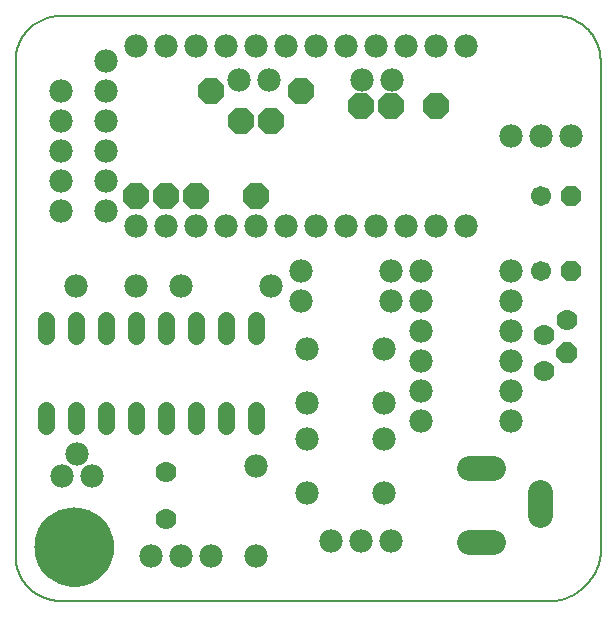
<source format=gts>
G75*
%MOIN*%
%OFA0B0*%
%FSLAX25Y25*%
%IPPOS*%
%LPD*%
%AMOC8*
5,1,8,0,0,1.08239X$1,22.5*
%
%ADD10C,0.00600*%
%ADD11C,0.00000*%
%ADD12C,0.26400*%
%ADD13C,0.06700*%
%ADD14OC8,0.06700*%
%ADD15C,0.07800*%
%ADD16C,0.08274*%
%ADD17C,0.07000*%
%ADD18OC8,0.07000*%
%ADD19C,0.05600*%
%ADD20OC8,0.08900*%
D10*
X0078333Y0044883D02*
X0078333Y0209883D01*
X0078337Y0210245D01*
X0078351Y0210608D01*
X0078372Y0210970D01*
X0078403Y0211331D01*
X0078442Y0211691D01*
X0078490Y0212050D01*
X0078547Y0212408D01*
X0078612Y0212765D01*
X0078686Y0213120D01*
X0078769Y0213473D01*
X0078860Y0213824D01*
X0078959Y0214172D01*
X0079067Y0214518D01*
X0079183Y0214862D01*
X0079308Y0215202D01*
X0079440Y0215539D01*
X0079581Y0215873D01*
X0079730Y0216204D01*
X0079887Y0216531D01*
X0080051Y0216854D01*
X0080223Y0217173D01*
X0080403Y0217487D01*
X0080591Y0217798D01*
X0080786Y0218103D01*
X0080988Y0218404D01*
X0081198Y0218700D01*
X0081414Y0218990D01*
X0081638Y0219276D01*
X0081868Y0219556D01*
X0082105Y0219830D01*
X0082349Y0220098D01*
X0082599Y0220361D01*
X0082855Y0220617D01*
X0083118Y0220867D01*
X0083386Y0221111D01*
X0083660Y0221348D01*
X0083940Y0221578D01*
X0084226Y0221802D01*
X0084516Y0222018D01*
X0084812Y0222228D01*
X0085113Y0222430D01*
X0085418Y0222625D01*
X0085729Y0222813D01*
X0086043Y0222993D01*
X0086362Y0223165D01*
X0086685Y0223329D01*
X0087012Y0223486D01*
X0087343Y0223635D01*
X0087677Y0223776D01*
X0088014Y0223908D01*
X0088354Y0224033D01*
X0088698Y0224149D01*
X0089044Y0224257D01*
X0089392Y0224356D01*
X0089743Y0224447D01*
X0090096Y0224530D01*
X0090451Y0224604D01*
X0090808Y0224669D01*
X0091166Y0224726D01*
X0091525Y0224774D01*
X0091885Y0224813D01*
X0092246Y0224844D01*
X0092608Y0224865D01*
X0092971Y0224879D01*
X0093333Y0224883D01*
X0258333Y0224883D01*
X0258695Y0224879D01*
X0259058Y0224865D01*
X0259420Y0224844D01*
X0259781Y0224813D01*
X0260141Y0224774D01*
X0260500Y0224726D01*
X0260858Y0224669D01*
X0261215Y0224604D01*
X0261570Y0224530D01*
X0261923Y0224447D01*
X0262274Y0224356D01*
X0262622Y0224257D01*
X0262968Y0224149D01*
X0263312Y0224033D01*
X0263652Y0223908D01*
X0263989Y0223776D01*
X0264323Y0223635D01*
X0264654Y0223486D01*
X0264981Y0223329D01*
X0265304Y0223165D01*
X0265623Y0222993D01*
X0265937Y0222813D01*
X0266248Y0222625D01*
X0266553Y0222430D01*
X0266854Y0222228D01*
X0267150Y0222018D01*
X0267440Y0221802D01*
X0267726Y0221578D01*
X0268006Y0221348D01*
X0268280Y0221111D01*
X0268548Y0220867D01*
X0268811Y0220617D01*
X0269067Y0220361D01*
X0269317Y0220098D01*
X0269561Y0219830D01*
X0269798Y0219556D01*
X0270028Y0219276D01*
X0270252Y0218990D01*
X0270468Y0218700D01*
X0270678Y0218404D01*
X0270880Y0218103D01*
X0271075Y0217798D01*
X0271263Y0217487D01*
X0271443Y0217173D01*
X0271615Y0216854D01*
X0271779Y0216531D01*
X0271936Y0216204D01*
X0272085Y0215873D01*
X0272226Y0215539D01*
X0272358Y0215202D01*
X0272483Y0214862D01*
X0272599Y0214518D01*
X0272707Y0214172D01*
X0272806Y0213824D01*
X0272897Y0213473D01*
X0272980Y0213120D01*
X0273054Y0212765D01*
X0273119Y0212408D01*
X0273176Y0212050D01*
X0273224Y0211691D01*
X0273263Y0211331D01*
X0273294Y0210970D01*
X0273315Y0210608D01*
X0273329Y0210245D01*
X0273333Y0209883D01*
X0273333Y0044883D01*
X0273268Y0044461D01*
X0273192Y0044040D01*
X0273106Y0043622D01*
X0273010Y0043206D01*
X0272904Y0042792D01*
X0272788Y0042381D01*
X0272663Y0041972D01*
X0272527Y0041567D01*
X0272382Y0041166D01*
X0272226Y0040767D01*
X0272062Y0040373D01*
X0271888Y0039983D01*
X0271704Y0039597D01*
X0271511Y0039216D01*
X0271310Y0038840D01*
X0271099Y0038468D01*
X0270879Y0038102D01*
X0270650Y0037741D01*
X0270413Y0037386D01*
X0270167Y0037037D01*
X0269913Y0036693D01*
X0269650Y0036356D01*
X0269380Y0036025D01*
X0269101Y0035701D01*
X0268815Y0035384D01*
X0268522Y0035074D01*
X0268220Y0034771D01*
X0267912Y0034475D01*
X0267597Y0034187D01*
X0267274Y0033907D01*
X0266945Y0033634D01*
X0266610Y0033370D01*
X0266268Y0033113D01*
X0265920Y0032865D01*
X0265567Y0032626D01*
X0265207Y0032395D01*
X0264842Y0032173D01*
X0264472Y0031960D01*
X0264097Y0031755D01*
X0263717Y0031560D01*
X0263332Y0031374D01*
X0262943Y0031198D01*
X0262550Y0031031D01*
X0262153Y0030873D01*
X0261752Y0030725D01*
X0261348Y0030587D01*
X0260940Y0030459D01*
X0260530Y0030340D01*
X0260117Y0030232D01*
X0259701Y0030133D01*
X0259283Y0030045D01*
X0258863Y0029967D01*
X0258441Y0029899D01*
X0258018Y0029841D01*
X0257594Y0029793D01*
X0257168Y0029755D01*
X0256742Y0029728D01*
X0256315Y0029712D01*
X0255888Y0029705D01*
X0255461Y0029709D01*
X0255034Y0029723D01*
X0254607Y0029748D01*
X0254181Y0029782D01*
X0253757Y0029827D01*
X0253333Y0029883D01*
X0093333Y0029883D01*
X0092971Y0029887D01*
X0092608Y0029901D01*
X0092246Y0029922D01*
X0091885Y0029953D01*
X0091525Y0029992D01*
X0091166Y0030040D01*
X0090808Y0030097D01*
X0090451Y0030162D01*
X0090096Y0030236D01*
X0089743Y0030319D01*
X0089392Y0030410D01*
X0089044Y0030509D01*
X0088698Y0030617D01*
X0088354Y0030733D01*
X0088014Y0030858D01*
X0087677Y0030990D01*
X0087343Y0031131D01*
X0087012Y0031280D01*
X0086685Y0031437D01*
X0086362Y0031601D01*
X0086043Y0031773D01*
X0085729Y0031953D01*
X0085418Y0032141D01*
X0085113Y0032336D01*
X0084812Y0032538D01*
X0084516Y0032748D01*
X0084226Y0032964D01*
X0083940Y0033188D01*
X0083660Y0033418D01*
X0083386Y0033655D01*
X0083118Y0033899D01*
X0082855Y0034149D01*
X0082599Y0034405D01*
X0082349Y0034668D01*
X0082105Y0034936D01*
X0081868Y0035210D01*
X0081638Y0035490D01*
X0081414Y0035776D01*
X0081198Y0036066D01*
X0080988Y0036362D01*
X0080786Y0036663D01*
X0080591Y0036968D01*
X0080403Y0037279D01*
X0080223Y0037593D01*
X0080051Y0037912D01*
X0079887Y0038235D01*
X0079730Y0038562D01*
X0079581Y0038893D01*
X0079440Y0039227D01*
X0079308Y0039564D01*
X0079183Y0039904D01*
X0079067Y0040248D01*
X0078959Y0040594D01*
X0078860Y0040942D01*
X0078769Y0041293D01*
X0078686Y0041646D01*
X0078612Y0042001D01*
X0078547Y0042358D01*
X0078490Y0042716D01*
X0078442Y0043075D01*
X0078403Y0043435D01*
X0078372Y0043796D01*
X0078351Y0044158D01*
X0078337Y0044521D01*
X0078333Y0044883D01*
D11*
X0084833Y0047883D02*
X0084837Y0048202D01*
X0084849Y0048521D01*
X0084868Y0048839D01*
X0084896Y0049157D01*
X0084931Y0049474D01*
X0084974Y0049790D01*
X0085024Y0050106D01*
X0085083Y0050419D01*
X0085149Y0050731D01*
X0085223Y0051042D01*
X0085304Y0051350D01*
X0085393Y0051657D01*
X0085489Y0051961D01*
X0085593Y0052263D01*
X0085704Y0052562D01*
X0085823Y0052858D01*
X0085948Y0053151D01*
X0086081Y0053441D01*
X0086221Y0053728D01*
X0086368Y0054011D01*
X0086522Y0054291D01*
X0086683Y0054566D01*
X0086850Y0054838D01*
X0087024Y0055105D01*
X0087204Y0055369D01*
X0087391Y0055627D01*
X0087584Y0055881D01*
X0087784Y0056130D01*
X0087989Y0056374D01*
X0088201Y0056613D01*
X0088418Y0056847D01*
X0088641Y0057075D01*
X0088869Y0057298D01*
X0089103Y0057515D01*
X0089342Y0057727D01*
X0089586Y0057932D01*
X0089835Y0058132D01*
X0090089Y0058325D01*
X0090347Y0058512D01*
X0090611Y0058692D01*
X0090878Y0058866D01*
X0091150Y0059033D01*
X0091425Y0059194D01*
X0091705Y0059348D01*
X0091988Y0059495D01*
X0092275Y0059635D01*
X0092565Y0059768D01*
X0092858Y0059893D01*
X0093154Y0060012D01*
X0093453Y0060123D01*
X0093755Y0060227D01*
X0094059Y0060323D01*
X0094366Y0060412D01*
X0094674Y0060493D01*
X0094985Y0060567D01*
X0095297Y0060633D01*
X0095610Y0060692D01*
X0095926Y0060742D01*
X0096242Y0060785D01*
X0096559Y0060820D01*
X0096877Y0060848D01*
X0097195Y0060867D01*
X0097514Y0060879D01*
X0097833Y0060883D01*
X0098152Y0060879D01*
X0098471Y0060867D01*
X0098789Y0060848D01*
X0099107Y0060820D01*
X0099424Y0060785D01*
X0099740Y0060742D01*
X0100056Y0060692D01*
X0100369Y0060633D01*
X0100681Y0060567D01*
X0100992Y0060493D01*
X0101300Y0060412D01*
X0101607Y0060323D01*
X0101911Y0060227D01*
X0102213Y0060123D01*
X0102512Y0060012D01*
X0102808Y0059893D01*
X0103101Y0059768D01*
X0103391Y0059635D01*
X0103678Y0059495D01*
X0103961Y0059348D01*
X0104241Y0059194D01*
X0104516Y0059033D01*
X0104788Y0058866D01*
X0105055Y0058692D01*
X0105319Y0058512D01*
X0105577Y0058325D01*
X0105831Y0058132D01*
X0106080Y0057932D01*
X0106324Y0057727D01*
X0106563Y0057515D01*
X0106797Y0057298D01*
X0107025Y0057075D01*
X0107248Y0056847D01*
X0107465Y0056613D01*
X0107677Y0056374D01*
X0107882Y0056130D01*
X0108082Y0055881D01*
X0108275Y0055627D01*
X0108462Y0055369D01*
X0108642Y0055105D01*
X0108816Y0054838D01*
X0108983Y0054566D01*
X0109144Y0054291D01*
X0109298Y0054011D01*
X0109445Y0053728D01*
X0109585Y0053441D01*
X0109718Y0053151D01*
X0109843Y0052858D01*
X0109962Y0052562D01*
X0110073Y0052263D01*
X0110177Y0051961D01*
X0110273Y0051657D01*
X0110362Y0051350D01*
X0110443Y0051042D01*
X0110517Y0050731D01*
X0110583Y0050419D01*
X0110642Y0050106D01*
X0110692Y0049790D01*
X0110735Y0049474D01*
X0110770Y0049157D01*
X0110798Y0048839D01*
X0110817Y0048521D01*
X0110829Y0048202D01*
X0110833Y0047883D01*
X0110829Y0047564D01*
X0110817Y0047245D01*
X0110798Y0046927D01*
X0110770Y0046609D01*
X0110735Y0046292D01*
X0110692Y0045976D01*
X0110642Y0045660D01*
X0110583Y0045347D01*
X0110517Y0045035D01*
X0110443Y0044724D01*
X0110362Y0044416D01*
X0110273Y0044109D01*
X0110177Y0043805D01*
X0110073Y0043503D01*
X0109962Y0043204D01*
X0109843Y0042908D01*
X0109718Y0042615D01*
X0109585Y0042325D01*
X0109445Y0042038D01*
X0109298Y0041755D01*
X0109144Y0041475D01*
X0108983Y0041200D01*
X0108816Y0040928D01*
X0108642Y0040661D01*
X0108462Y0040397D01*
X0108275Y0040139D01*
X0108082Y0039885D01*
X0107882Y0039636D01*
X0107677Y0039392D01*
X0107465Y0039153D01*
X0107248Y0038919D01*
X0107025Y0038691D01*
X0106797Y0038468D01*
X0106563Y0038251D01*
X0106324Y0038039D01*
X0106080Y0037834D01*
X0105831Y0037634D01*
X0105577Y0037441D01*
X0105319Y0037254D01*
X0105055Y0037074D01*
X0104788Y0036900D01*
X0104516Y0036733D01*
X0104241Y0036572D01*
X0103961Y0036418D01*
X0103678Y0036271D01*
X0103391Y0036131D01*
X0103101Y0035998D01*
X0102808Y0035873D01*
X0102512Y0035754D01*
X0102213Y0035643D01*
X0101911Y0035539D01*
X0101607Y0035443D01*
X0101300Y0035354D01*
X0100992Y0035273D01*
X0100681Y0035199D01*
X0100369Y0035133D01*
X0100056Y0035074D01*
X0099740Y0035024D01*
X0099424Y0034981D01*
X0099107Y0034946D01*
X0098789Y0034918D01*
X0098471Y0034899D01*
X0098152Y0034887D01*
X0097833Y0034883D01*
X0097514Y0034887D01*
X0097195Y0034899D01*
X0096877Y0034918D01*
X0096559Y0034946D01*
X0096242Y0034981D01*
X0095926Y0035024D01*
X0095610Y0035074D01*
X0095297Y0035133D01*
X0094985Y0035199D01*
X0094674Y0035273D01*
X0094366Y0035354D01*
X0094059Y0035443D01*
X0093755Y0035539D01*
X0093453Y0035643D01*
X0093154Y0035754D01*
X0092858Y0035873D01*
X0092565Y0035998D01*
X0092275Y0036131D01*
X0091988Y0036271D01*
X0091705Y0036418D01*
X0091425Y0036572D01*
X0091150Y0036733D01*
X0090878Y0036900D01*
X0090611Y0037074D01*
X0090347Y0037254D01*
X0090089Y0037441D01*
X0089835Y0037634D01*
X0089586Y0037834D01*
X0089342Y0038039D01*
X0089103Y0038251D01*
X0088869Y0038468D01*
X0088641Y0038691D01*
X0088418Y0038919D01*
X0088201Y0039153D01*
X0087989Y0039392D01*
X0087784Y0039636D01*
X0087584Y0039885D01*
X0087391Y0040139D01*
X0087204Y0040397D01*
X0087024Y0040661D01*
X0086850Y0040928D01*
X0086683Y0041200D01*
X0086522Y0041475D01*
X0086368Y0041755D01*
X0086221Y0042038D01*
X0086081Y0042325D01*
X0085948Y0042615D01*
X0085823Y0042908D01*
X0085704Y0043204D01*
X0085593Y0043503D01*
X0085489Y0043805D01*
X0085393Y0044109D01*
X0085304Y0044416D01*
X0085223Y0044724D01*
X0085149Y0045035D01*
X0085083Y0045347D01*
X0085024Y0045660D01*
X0084974Y0045976D01*
X0084931Y0046292D01*
X0084896Y0046609D01*
X0084868Y0046927D01*
X0084849Y0047245D01*
X0084837Y0047564D01*
X0084833Y0047883D01*
D12*
X0097833Y0047883D03*
D13*
X0253333Y0139883D03*
X0253333Y0164883D03*
D14*
X0263333Y0164883D03*
X0263333Y0139883D03*
D15*
X0243333Y0139883D03*
X0243333Y0129883D03*
X0243333Y0119883D03*
X0243333Y0109883D03*
X0243333Y0099883D03*
X0243333Y0089883D03*
X0213333Y0089883D03*
X0213333Y0099883D03*
X0213333Y0109883D03*
X0213333Y0119883D03*
X0213333Y0129883D03*
X0203333Y0129883D03*
X0203333Y0139883D03*
X0213333Y0139883D03*
X0208333Y0154883D03*
X0218333Y0154883D03*
X0228333Y0154883D03*
X0198333Y0154883D03*
X0188333Y0154883D03*
X0178333Y0154883D03*
X0168333Y0154883D03*
X0158333Y0154883D03*
X0148333Y0154883D03*
X0138333Y0154883D03*
X0128333Y0154883D03*
X0118333Y0154883D03*
X0108333Y0159883D03*
X0108333Y0169883D03*
X0108333Y0179883D03*
X0108333Y0189883D03*
X0108333Y0199883D03*
X0108333Y0209883D03*
X0118333Y0214883D03*
X0128333Y0214883D03*
X0138333Y0214883D03*
X0148333Y0214883D03*
X0158333Y0214883D03*
X0168333Y0214883D03*
X0178333Y0214883D03*
X0188333Y0214883D03*
X0198333Y0214883D03*
X0208333Y0214883D03*
X0218333Y0214883D03*
X0228333Y0214883D03*
X0203958Y0203633D03*
X0193958Y0203633D03*
X0162708Y0203633D03*
X0152708Y0203633D03*
X0093333Y0199883D03*
X0093333Y0189883D03*
X0093333Y0179883D03*
X0093333Y0169883D03*
X0093333Y0159883D03*
X0098333Y0134883D03*
X0118333Y0134883D03*
X0133333Y0134883D03*
X0163333Y0134883D03*
X0173333Y0129883D03*
X0173333Y0139883D03*
X0175533Y0113783D03*
X0175533Y0095983D03*
X0175533Y0083783D03*
X0175533Y0065983D03*
X0183333Y0049883D03*
X0193333Y0049883D03*
X0203333Y0049883D03*
X0201133Y0065983D03*
X0201133Y0083783D03*
X0201133Y0095983D03*
X0201133Y0113783D03*
X0158333Y0074883D03*
X0158333Y0044883D03*
X0143333Y0044883D03*
X0133333Y0044883D03*
X0123333Y0044883D03*
X0103833Y0071383D03*
X0098833Y0078883D03*
X0093833Y0071383D03*
X0243333Y0184883D03*
X0253333Y0184883D03*
X0263333Y0184883D03*
D16*
X0237428Y0074214D02*
X0229554Y0074214D01*
X0253176Y0066340D02*
X0253176Y0058466D01*
X0237428Y0049411D02*
X0229554Y0049411D01*
D17*
X0254521Y0106383D03*
X0254521Y0118383D03*
X0262146Y0123383D03*
X0128333Y0072757D03*
X0128333Y0057009D03*
D18*
X0262146Y0112383D03*
D19*
X0158333Y0118283D02*
X0158333Y0123483D01*
X0148333Y0123483D02*
X0148333Y0118283D01*
X0138333Y0118283D02*
X0138333Y0123483D01*
X0128333Y0123483D02*
X0128333Y0118283D01*
X0118333Y0118283D02*
X0118333Y0123483D01*
X0108333Y0123483D02*
X0108333Y0118283D01*
X0098333Y0118283D02*
X0098333Y0123483D01*
X0088333Y0123483D02*
X0088333Y0118283D01*
X0088333Y0093483D02*
X0088333Y0088283D01*
X0098333Y0088283D02*
X0098333Y0093483D01*
X0108333Y0093483D02*
X0108333Y0088283D01*
X0118333Y0088283D02*
X0118333Y0093483D01*
X0128333Y0093483D02*
X0128333Y0088283D01*
X0138333Y0088283D02*
X0138333Y0093483D01*
X0148333Y0093483D02*
X0148333Y0088283D01*
X0158333Y0088283D02*
X0158333Y0093483D01*
D20*
X0158333Y0164883D03*
X0138333Y0164883D03*
X0128333Y0164883D03*
X0118333Y0164883D03*
X0153333Y0189883D03*
X0143333Y0199883D03*
X0163333Y0189883D03*
X0173333Y0199883D03*
X0193333Y0194883D03*
X0203333Y0194883D03*
X0218333Y0194883D03*
M02*

</source>
